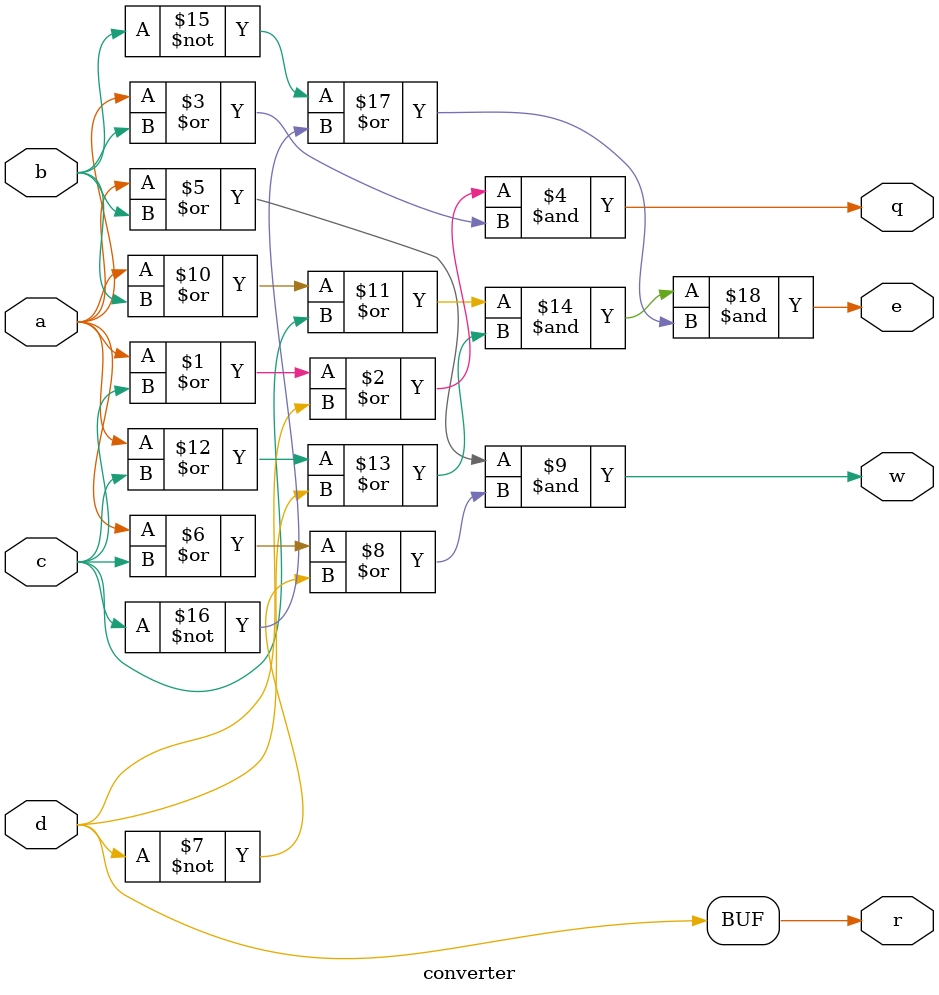
<source format=v>
`timescale 1ns / 1ps


module converter(
    input a,b,c,d,
    output q,w,e,r
    );
    
assign q = (a|c|d)&(a|b);
assign w = (a|b)&(a|c|~d);
assign e = (a|b|c)&(a|c|d)&(~b|~c);
assign r = d;

endmodule

</source>
